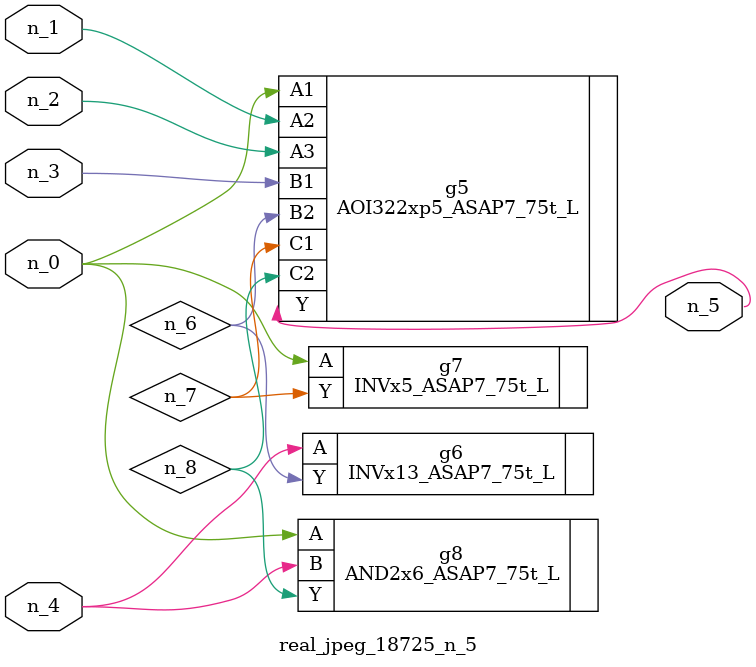
<source format=v>
module real_jpeg_18725_n_5 (n_4, n_0, n_1, n_2, n_3, n_5);

input n_4;
input n_0;
input n_1;
input n_2;
input n_3;

output n_5;

wire n_8;
wire n_6;
wire n_7;

AOI322xp5_ASAP7_75t_L g5 ( 
.A1(n_0),
.A2(n_1),
.A3(n_2),
.B1(n_3),
.B2(n_6),
.C1(n_7),
.C2(n_8),
.Y(n_5)
);

INVx5_ASAP7_75t_L g7 ( 
.A(n_0),
.Y(n_7)
);

AND2x6_ASAP7_75t_L g8 ( 
.A(n_0),
.B(n_4),
.Y(n_8)
);

INVx13_ASAP7_75t_L g6 ( 
.A(n_4),
.Y(n_6)
);


endmodule
</source>
